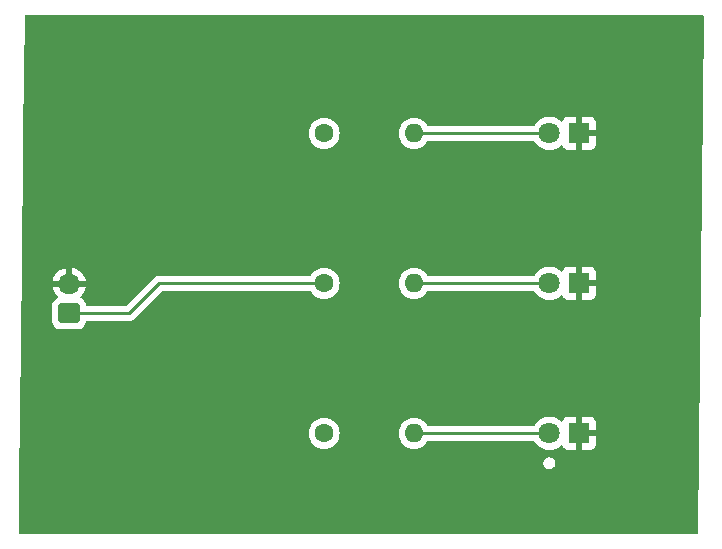
<source format=gbr>
%TF.GenerationSoftware,KiCad,Pcbnew,(6.0.7)*%
%TF.CreationDate,2022-08-16T13:58:00+09:00*%
%TF.ProjectId,test,74657374-2e6b-4696-9361-645f70636258,rev?*%
%TF.SameCoordinates,Original*%
%TF.FileFunction,Copper,L1,Top*%
%TF.FilePolarity,Positive*%
%FSLAX46Y46*%
G04 Gerber Fmt 4.6, Leading zero omitted, Abs format (unit mm)*
G04 Created by KiCad (PCBNEW (6.0.7)) date 2022-08-16 13:58:00*
%MOMM*%
%LPD*%
G01*
G04 APERTURE LIST*
G04 Aperture macros list*
%AMRoundRect*
0 Rectangle with rounded corners*
0 $1 Rounding radius*
0 $2 $3 $4 $5 $6 $7 $8 $9 X,Y pos of 4 corners*
0 Add a 4 corners polygon primitive as box body*
4,1,4,$2,$3,$4,$5,$6,$7,$8,$9,$2,$3,0*
0 Add four circle primitives for the rounded corners*
1,1,$1+$1,$2,$3*
1,1,$1+$1,$4,$5*
1,1,$1+$1,$6,$7*
1,1,$1+$1,$8,$9*
0 Add four rect primitives between the rounded corners*
20,1,$1+$1,$2,$3,$4,$5,0*
20,1,$1+$1,$4,$5,$6,$7,0*
20,1,$1+$1,$6,$7,$8,$9,0*
20,1,$1+$1,$8,$9,$2,$3,0*%
G04 Aperture macros list end*
%TA.AperFunction,ComponentPad*%
%ADD10C,1.600000*%
%TD*%
%TA.AperFunction,ComponentPad*%
%ADD11O,1.600000X1.600000*%
%TD*%
%TA.AperFunction,ComponentPad*%
%ADD12RoundRect,0.250000X0.675000X-0.600000X0.675000X0.600000X-0.675000X0.600000X-0.675000X-0.600000X0*%
%TD*%
%TA.AperFunction,ComponentPad*%
%ADD13O,1.850000X1.700000*%
%TD*%
%TA.AperFunction,ComponentPad*%
%ADD14R,1.800000X1.800000*%
%TD*%
%TA.AperFunction,ComponentPad*%
%ADD15C,1.800000*%
%TD*%
%TA.AperFunction,Conductor*%
%ADD16C,0.250000*%
%TD*%
G04 APERTURE END LIST*
D10*
%TO.P,R1,1*%
%TO.N,+5V*%
X133350000Y-78740000D03*
D11*
%TO.P,R1,2*%
%TO.N,Net-(D1-Pad2)*%
X140970000Y-78740000D03*
%TD*%
D12*
%TO.P,J1,1,Pin_1*%
%TO.N,+5V*%
X111760000Y-81280000D03*
D13*
%TO.P,J1,2,Pin_2*%
%TO.N,GND*%
X111760000Y-78780000D03*
%TD*%
D10*
%TO.P,R3,1*%
%TO.N,+5V*%
X133350000Y-91440000D03*
D11*
%TO.P,R3,2*%
%TO.N,Net-(D3-Pad2)*%
X140970000Y-91440000D03*
%TD*%
%TO.P,R2,2*%
%TO.N,Net-(D2-Pad2)*%
X140970000Y-66040000D03*
D10*
%TO.P,R2,1*%
%TO.N,+5V*%
X133350000Y-66040000D03*
%TD*%
D14*
%TO.P,D3,1,K*%
%TO.N,GND*%
X154940000Y-91440000D03*
D15*
%TO.P,D3,2,A*%
%TO.N,Net-(D3-Pad2)*%
X152400000Y-91440000D03*
%TD*%
D14*
%TO.P,D2,1,K*%
%TO.N,GND*%
X154940000Y-66040000D03*
D15*
%TO.P,D2,2,A*%
%TO.N,Net-(D2-Pad2)*%
X152400000Y-66040000D03*
%TD*%
D14*
%TO.P,D1,1,K*%
%TO.N,GND*%
X154940000Y-78740000D03*
D15*
%TO.P,D1,2,A*%
%TO.N,Net-(D1-Pad2)*%
X152400000Y-78740000D03*
%TD*%
D16*
%TO.N,+5V*%
X119380000Y-78740000D02*
X133350000Y-78740000D01*
X116840000Y-81280000D02*
X119380000Y-78740000D01*
X111760000Y-81280000D02*
X116840000Y-81280000D01*
X133218198Y-78608198D02*
X133350000Y-78740000D01*
%TO.N,Net-(D1-Pad2)*%
X140970000Y-78740000D02*
X152400000Y-78740000D01*
%TO.N,Net-(D3-Pad2)*%
X140970000Y-91440000D02*
X152400000Y-91440000D01*
%TO.N,Net-(D2-Pad2)*%
X140970000Y-66040000D02*
X152400000Y-66040000D01*
%TD*%
%TA.AperFunction,Conductor*%
%TO.N,GND*%
G36*
X165440631Y-56020002D02*
G01*
X165487124Y-56073658D01*
X165498501Y-56127481D01*
X164984094Y-99876084D01*
X164963293Y-99943965D01*
X164909094Y-99989824D01*
X164858103Y-100000603D01*
X137609574Y-100000316D01*
X107610119Y-100000001D01*
X107541998Y-99979998D01*
X107495506Y-99926342D01*
X107484129Y-99872520D01*
X107552596Y-94049721D01*
X151891024Y-94049721D01*
X151931051Y-94189771D01*
X152008776Y-94312958D01*
X152117951Y-94409378D01*
X152126074Y-94413192D01*
X152126076Y-94413193D01*
X152133137Y-94416508D01*
X152249800Y-94471281D01*
X152258665Y-94472661D01*
X152258667Y-94472662D01*
X152327746Y-94483418D01*
X152360386Y-94488500D01*
X152436513Y-94488500D01*
X152478839Y-94482438D01*
X152535294Y-94474354D01*
X152535297Y-94474353D01*
X152544187Y-94473080D01*
X152552363Y-94469363D01*
X152552365Y-94469362D01*
X152668610Y-94416508D01*
X152668612Y-94416507D01*
X152676782Y-94412792D01*
X152787127Y-94317713D01*
X152866352Y-94195485D01*
X152908086Y-94055934D01*
X152908976Y-93910279D01*
X152868949Y-93770229D01*
X152791224Y-93647042D01*
X152682049Y-93550622D01*
X152673926Y-93546808D01*
X152673924Y-93546807D01*
X152610013Y-93516801D01*
X152550200Y-93488719D01*
X152541335Y-93487339D01*
X152541333Y-93487338D01*
X152472254Y-93476582D01*
X152439614Y-93471500D01*
X152363487Y-93471500D01*
X152321161Y-93477562D01*
X152264706Y-93485646D01*
X152264703Y-93485647D01*
X152255813Y-93486920D01*
X152247637Y-93490637D01*
X152247635Y-93490638D01*
X152131390Y-93543492D01*
X152131388Y-93543493D01*
X152123218Y-93547208D01*
X152012873Y-93642287D01*
X151933648Y-93764515D01*
X151891914Y-93904066D01*
X151891024Y-94049721D01*
X107552596Y-94049721D01*
X107583282Y-91440000D01*
X132036502Y-91440000D01*
X132056457Y-91668087D01*
X132057881Y-91673400D01*
X132057881Y-91673402D01*
X132067031Y-91707548D01*
X132115716Y-91889243D01*
X132118039Y-91894224D01*
X132118039Y-91894225D01*
X132210151Y-92091762D01*
X132210154Y-92091767D01*
X132212477Y-92096749D01*
X132238326Y-92133665D01*
X132334012Y-92270318D01*
X132343802Y-92284300D01*
X132505700Y-92446198D01*
X132510208Y-92449355D01*
X132510211Y-92449357D01*
X132510821Y-92449784D01*
X132693251Y-92577523D01*
X132698233Y-92579846D01*
X132698238Y-92579849D01*
X132857238Y-92653991D01*
X132900757Y-92674284D01*
X132906065Y-92675706D01*
X132906067Y-92675707D01*
X133116598Y-92732119D01*
X133116600Y-92732119D01*
X133121913Y-92733543D01*
X133350000Y-92753498D01*
X133578087Y-92733543D01*
X133583400Y-92732119D01*
X133583402Y-92732119D01*
X133793933Y-92675707D01*
X133793935Y-92675706D01*
X133799243Y-92674284D01*
X133842762Y-92653991D01*
X134001762Y-92579849D01*
X134001767Y-92579846D01*
X134006749Y-92577523D01*
X134189179Y-92449784D01*
X134189789Y-92449357D01*
X134189792Y-92449355D01*
X134194300Y-92446198D01*
X134356198Y-92284300D01*
X134365989Y-92270318D01*
X134461674Y-92133665D01*
X134487523Y-92096749D01*
X134489846Y-92091767D01*
X134489849Y-92091762D01*
X134581961Y-91894225D01*
X134581961Y-91894224D01*
X134584284Y-91889243D01*
X134632970Y-91707548D01*
X134642119Y-91673402D01*
X134642119Y-91673400D01*
X134643543Y-91668087D01*
X134663498Y-91440000D01*
X139656502Y-91440000D01*
X139676457Y-91668087D01*
X139677881Y-91673400D01*
X139677881Y-91673402D01*
X139687031Y-91707548D01*
X139735716Y-91889243D01*
X139738039Y-91894224D01*
X139738039Y-91894225D01*
X139830151Y-92091762D01*
X139830154Y-92091767D01*
X139832477Y-92096749D01*
X139858326Y-92133665D01*
X139954012Y-92270318D01*
X139963802Y-92284300D01*
X140125700Y-92446198D01*
X140130208Y-92449355D01*
X140130211Y-92449357D01*
X140130821Y-92449784D01*
X140313251Y-92577523D01*
X140318233Y-92579846D01*
X140318238Y-92579849D01*
X140477238Y-92653991D01*
X140520757Y-92674284D01*
X140526065Y-92675706D01*
X140526067Y-92675707D01*
X140736598Y-92732119D01*
X140736600Y-92732119D01*
X140741913Y-92733543D01*
X140970000Y-92753498D01*
X141198087Y-92733543D01*
X141203400Y-92732119D01*
X141203402Y-92732119D01*
X141413933Y-92675707D01*
X141413935Y-92675706D01*
X141419243Y-92674284D01*
X141462762Y-92653991D01*
X141621762Y-92579849D01*
X141621767Y-92579846D01*
X141626749Y-92577523D01*
X141809179Y-92449784D01*
X141809789Y-92449357D01*
X141809792Y-92449355D01*
X141814300Y-92446198D01*
X141976198Y-92284300D01*
X141982907Y-92274719D01*
X142086181Y-92127229D01*
X142141638Y-92082901D01*
X142189394Y-92073500D01*
X151065630Y-92073500D01*
X151133751Y-92093502D01*
X151173063Y-92133665D01*
X151259501Y-92274719D01*
X151411147Y-92449784D01*
X151589349Y-92597730D01*
X151789322Y-92714584D01*
X152005694Y-92797209D01*
X152010760Y-92798240D01*
X152010761Y-92798240D01*
X152063846Y-92809040D01*
X152232656Y-92843385D01*
X152363324Y-92848176D01*
X152458949Y-92851683D01*
X152458953Y-92851683D01*
X152464113Y-92851872D01*
X152469233Y-92851216D01*
X152469235Y-92851216D01*
X152568668Y-92838478D01*
X152693847Y-92822442D01*
X152698795Y-92820957D01*
X152698802Y-92820956D01*
X152910747Y-92757369D01*
X152915690Y-92755886D01*
X152920565Y-92753498D01*
X153119049Y-92656262D01*
X153119052Y-92656260D01*
X153123684Y-92653991D01*
X153312243Y-92519494D01*
X153315898Y-92515852D01*
X153315906Y-92515845D01*
X153357697Y-92474199D01*
X153420068Y-92440282D01*
X153490875Y-92445470D01*
X153547637Y-92488116D01*
X153564619Y-92519218D01*
X153586677Y-92578056D01*
X153595214Y-92593649D01*
X153671715Y-92695724D01*
X153684276Y-92708285D01*
X153786351Y-92784786D01*
X153801946Y-92793324D01*
X153922394Y-92838478D01*
X153937649Y-92842105D01*
X153988514Y-92847631D01*
X153995328Y-92848000D01*
X154667885Y-92848000D01*
X154683124Y-92843525D01*
X154684329Y-92842135D01*
X154686000Y-92834452D01*
X154686000Y-92829884D01*
X155194000Y-92829884D01*
X155198475Y-92845123D01*
X155199865Y-92846328D01*
X155207548Y-92847999D01*
X155884669Y-92847999D01*
X155891490Y-92847629D01*
X155942352Y-92842105D01*
X155957604Y-92838479D01*
X156078054Y-92793324D01*
X156093649Y-92784786D01*
X156195724Y-92708285D01*
X156208285Y-92695724D01*
X156284786Y-92593649D01*
X156293324Y-92578054D01*
X156338478Y-92457606D01*
X156342105Y-92442351D01*
X156347631Y-92391486D01*
X156348000Y-92384672D01*
X156348000Y-91712115D01*
X156343525Y-91696876D01*
X156342135Y-91695671D01*
X156334452Y-91694000D01*
X155212115Y-91694000D01*
X155196876Y-91698475D01*
X155195671Y-91699865D01*
X155194000Y-91707548D01*
X155194000Y-92829884D01*
X154686000Y-92829884D01*
X154686000Y-91167885D01*
X155194000Y-91167885D01*
X155198475Y-91183124D01*
X155199865Y-91184329D01*
X155207548Y-91186000D01*
X156329884Y-91186000D01*
X156345123Y-91181525D01*
X156346328Y-91180135D01*
X156347999Y-91172452D01*
X156347999Y-90495331D01*
X156347629Y-90488510D01*
X156342105Y-90437648D01*
X156338479Y-90422396D01*
X156293324Y-90301946D01*
X156284786Y-90286351D01*
X156208285Y-90184276D01*
X156195724Y-90171715D01*
X156093649Y-90095214D01*
X156078054Y-90086676D01*
X155957606Y-90041522D01*
X155942351Y-90037895D01*
X155891486Y-90032369D01*
X155884672Y-90032000D01*
X155212115Y-90032000D01*
X155196876Y-90036475D01*
X155195671Y-90037865D01*
X155194000Y-90045548D01*
X155194000Y-91167885D01*
X154686000Y-91167885D01*
X154686000Y-90050116D01*
X154681525Y-90034877D01*
X154680135Y-90033672D01*
X154672452Y-90032001D01*
X153995331Y-90032001D01*
X153988510Y-90032371D01*
X153937648Y-90037895D01*
X153922396Y-90041521D01*
X153801946Y-90086676D01*
X153786351Y-90095214D01*
X153684276Y-90171715D01*
X153671715Y-90184276D01*
X153595214Y-90286351D01*
X153586675Y-90301948D01*
X153565934Y-90357275D01*
X153523293Y-90414040D01*
X153456731Y-90438740D01*
X153387383Y-90423533D01*
X153364388Y-90406909D01*
X153363887Y-90406358D01*
X153236348Y-90305634D01*
X153186177Y-90266011D01*
X153186172Y-90266008D01*
X153182123Y-90262810D01*
X153177607Y-90260317D01*
X153177604Y-90260315D01*
X152983879Y-90153373D01*
X152983875Y-90153371D01*
X152979355Y-90150876D01*
X152974486Y-90149152D01*
X152974482Y-90149150D01*
X152765903Y-90075288D01*
X152765899Y-90075287D01*
X152761028Y-90073562D01*
X152755935Y-90072655D01*
X152755932Y-90072654D01*
X152538095Y-90033851D01*
X152538089Y-90033850D01*
X152533006Y-90032945D01*
X152455644Y-90032000D01*
X152306581Y-90030179D01*
X152306579Y-90030179D01*
X152301411Y-90030116D01*
X152072464Y-90065150D01*
X151852314Y-90137106D01*
X151847726Y-90139494D01*
X151847722Y-90139496D01*
X151651461Y-90241663D01*
X151646872Y-90244052D01*
X151642739Y-90247155D01*
X151642736Y-90247157D01*
X151496073Y-90357275D01*
X151461655Y-90383117D01*
X151301639Y-90550564D01*
X151298725Y-90554836D01*
X151298724Y-90554837D01*
X151273508Y-90591803D01*
X151171119Y-90741899D01*
X151170403Y-90743442D01*
X151120086Y-90792090D01*
X151061574Y-90806500D01*
X142189394Y-90806500D01*
X142121273Y-90786498D01*
X142086181Y-90752771D01*
X141979357Y-90600211D01*
X141979355Y-90600208D01*
X141976198Y-90595700D01*
X141814300Y-90433802D01*
X141809792Y-90430645D01*
X141809789Y-90430643D01*
X141705008Y-90357275D01*
X141626749Y-90302477D01*
X141621767Y-90300154D01*
X141621762Y-90300151D01*
X141424225Y-90208039D01*
X141424224Y-90208039D01*
X141419243Y-90205716D01*
X141413935Y-90204294D01*
X141413933Y-90204293D01*
X141203402Y-90147881D01*
X141203400Y-90147881D01*
X141198087Y-90146457D01*
X140970000Y-90126502D01*
X140741913Y-90146457D01*
X140736600Y-90147881D01*
X140736598Y-90147881D01*
X140526067Y-90204293D01*
X140526065Y-90204294D01*
X140520757Y-90205716D01*
X140515776Y-90208039D01*
X140515775Y-90208039D01*
X140318238Y-90300151D01*
X140318233Y-90300154D01*
X140313251Y-90302477D01*
X140234992Y-90357275D01*
X140130211Y-90430643D01*
X140130208Y-90430645D01*
X140125700Y-90433802D01*
X139963802Y-90595700D01*
X139832477Y-90783251D01*
X139830154Y-90788233D01*
X139830151Y-90788238D01*
X139738618Y-90984533D01*
X139735716Y-90990757D01*
X139734294Y-90996065D01*
X139734293Y-90996067D01*
X139684972Y-91180135D01*
X139676457Y-91211913D01*
X139656502Y-91440000D01*
X134663498Y-91440000D01*
X134643543Y-91211913D01*
X134635028Y-91180135D01*
X134585707Y-90996067D01*
X134585706Y-90996065D01*
X134584284Y-90990757D01*
X134581382Y-90984533D01*
X134489849Y-90788238D01*
X134489846Y-90788233D01*
X134487523Y-90783251D01*
X134356198Y-90595700D01*
X134194300Y-90433802D01*
X134189792Y-90430645D01*
X134189789Y-90430643D01*
X134085008Y-90357275D01*
X134006749Y-90302477D01*
X134001767Y-90300154D01*
X134001762Y-90300151D01*
X133804225Y-90208039D01*
X133804224Y-90208039D01*
X133799243Y-90205716D01*
X133793935Y-90204294D01*
X133793933Y-90204293D01*
X133583402Y-90147881D01*
X133583400Y-90147881D01*
X133578087Y-90146457D01*
X133350000Y-90126502D01*
X133121913Y-90146457D01*
X133116600Y-90147881D01*
X133116598Y-90147881D01*
X132906067Y-90204293D01*
X132906065Y-90204294D01*
X132900757Y-90205716D01*
X132895776Y-90208039D01*
X132895775Y-90208039D01*
X132698238Y-90300151D01*
X132698233Y-90300154D01*
X132693251Y-90302477D01*
X132614992Y-90357275D01*
X132510211Y-90430643D01*
X132510208Y-90430645D01*
X132505700Y-90433802D01*
X132343802Y-90595700D01*
X132212477Y-90783251D01*
X132210154Y-90788233D01*
X132210151Y-90788238D01*
X132118618Y-90984533D01*
X132115716Y-90990757D01*
X132114294Y-90996065D01*
X132114293Y-90996067D01*
X132064972Y-91180135D01*
X132056457Y-91211913D01*
X132036502Y-91440000D01*
X107583282Y-91440000D01*
X107695100Y-81930400D01*
X110326500Y-81930400D01*
X110326837Y-81933646D01*
X110326837Y-81933650D01*
X110336487Y-82026651D01*
X110337474Y-82036166D01*
X110393450Y-82203946D01*
X110486522Y-82354348D01*
X110611697Y-82479305D01*
X110617927Y-82483145D01*
X110617928Y-82483146D01*
X110755090Y-82567694D01*
X110762262Y-82572115D01*
X110842005Y-82598564D01*
X110923611Y-82625632D01*
X110923613Y-82625632D01*
X110930139Y-82627797D01*
X110936975Y-82628497D01*
X110936978Y-82628498D01*
X110980031Y-82632909D01*
X111034600Y-82638500D01*
X112485400Y-82638500D01*
X112488646Y-82638163D01*
X112488650Y-82638163D01*
X112584308Y-82628238D01*
X112584312Y-82628237D01*
X112591166Y-82627526D01*
X112597702Y-82625345D01*
X112597704Y-82625345D01*
X112729806Y-82581272D01*
X112758946Y-82571550D01*
X112909348Y-82478478D01*
X113034305Y-82353303D01*
X113127115Y-82202738D01*
X113182797Y-82034861D01*
X113183498Y-82028020D01*
X113183499Y-82028015D01*
X113183639Y-82026651D01*
X113183960Y-82025864D01*
X113184941Y-82021290D01*
X113185757Y-82021465D01*
X113210483Y-81960925D01*
X113268600Y-81920146D01*
X113308982Y-81913500D01*
X116761233Y-81913500D01*
X116772416Y-81914027D01*
X116779909Y-81915702D01*
X116787835Y-81915453D01*
X116787836Y-81915453D01*
X116847986Y-81913562D01*
X116851945Y-81913500D01*
X116879856Y-81913500D01*
X116883791Y-81913003D01*
X116883856Y-81912995D01*
X116895693Y-81912062D01*
X116927951Y-81911048D01*
X116931970Y-81910922D01*
X116939889Y-81910673D01*
X116959343Y-81905021D01*
X116978700Y-81901013D01*
X116990930Y-81899468D01*
X116990931Y-81899468D01*
X116998797Y-81898474D01*
X117006168Y-81895555D01*
X117006170Y-81895555D01*
X117039912Y-81882196D01*
X117051142Y-81878351D01*
X117085983Y-81868229D01*
X117085984Y-81868229D01*
X117093593Y-81866018D01*
X117100412Y-81861985D01*
X117100417Y-81861983D01*
X117111028Y-81855707D01*
X117128776Y-81847012D01*
X117147617Y-81839552D01*
X117183387Y-81813564D01*
X117193307Y-81807048D01*
X117224535Y-81788580D01*
X117224538Y-81788578D01*
X117231362Y-81784542D01*
X117245683Y-81770221D01*
X117260717Y-81757380D01*
X117270694Y-81750131D01*
X117277107Y-81745472D01*
X117305298Y-81711395D01*
X117313288Y-81702616D01*
X119605499Y-79410405D01*
X119667811Y-79376379D01*
X119694594Y-79373500D01*
X132130606Y-79373500D01*
X132198727Y-79393502D01*
X132233819Y-79427229D01*
X132337093Y-79574719D01*
X132343802Y-79584300D01*
X132505700Y-79746198D01*
X132510208Y-79749355D01*
X132510211Y-79749357D01*
X132510821Y-79749784D01*
X132693251Y-79877523D01*
X132698233Y-79879846D01*
X132698238Y-79879849D01*
X132857238Y-79953991D01*
X132900757Y-79974284D01*
X132906065Y-79975706D01*
X132906067Y-79975707D01*
X133116598Y-80032119D01*
X133116600Y-80032119D01*
X133121913Y-80033543D01*
X133350000Y-80053498D01*
X133578087Y-80033543D01*
X133583400Y-80032119D01*
X133583402Y-80032119D01*
X133793933Y-79975707D01*
X133793935Y-79975706D01*
X133799243Y-79974284D01*
X133842762Y-79953991D01*
X134001762Y-79879849D01*
X134001767Y-79879846D01*
X134006749Y-79877523D01*
X134189179Y-79749784D01*
X134189789Y-79749357D01*
X134189792Y-79749355D01*
X134194300Y-79746198D01*
X134356198Y-79584300D01*
X134365989Y-79570318D01*
X134461674Y-79433665D01*
X134487523Y-79396749D01*
X134489846Y-79391767D01*
X134489849Y-79391762D01*
X134581961Y-79194225D01*
X134581961Y-79194224D01*
X134584284Y-79189243D01*
X134616939Y-79067376D01*
X134642119Y-78973402D01*
X134642119Y-78973400D01*
X134643543Y-78968087D01*
X134663498Y-78740000D01*
X139656502Y-78740000D01*
X139676457Y-78968087D01*
X139677881Y-78973400D01*
X139677881Y-78973402D01*
X139703062Y-79067376D01*
X139735716Y-79189243D01*
X139738039Y-79194224D01*
X139738039Y-79194225D01*
X139830151Y-79391762D01*
X139830154Y-79391767D01*
X139832477Y-79396749D01*
X139858326Y-79433665D01*
X139954012Y-79570318D01*
X139963802Y-79584300D01*
X140125700Y-79746198D01*
X140130208Y-79749355D01*
X140130211Y-79749357D01*
X140130821Y-79749784D01*
X140313251Y-79877523D01*
X140318233Y-79879846D01*
X140318238Y-79879849D01*
X140477238Y-79953991D01*
X140520757Y-79974284D01*
X140526065Y-79975706D01*
X140526067Y-79975707D01*
X140736598Y-80032119D01*
X140736600Y-80032119D01*
X140741913Y-80033543D01*
X140970000Y-80053498D01*
X141198087Y-80033543D01*
X141203400Y-80032119D01*
X141203402Y-80032119D01*
X141413933Y-79975707D01*
X141413935Y-79975706D01*
X141419243Y-79974284D01*
X141462762Y-79953991D01*
X141621762Y-79879849D01*
X141621767Y-79879846D01*
X141626749Y-79877523D01*
X141809179Y-79749784D01*
X141809789Y-79749357D01*
X141809792Y-79749355D01*
X141814300Y-79746198D01*
X141976198Y-79584300D01*
X141982907Y-79574719D01*
X142086181Y-79427229D01*
X142141638Y-79382901D01*
X142189394Y-79373500D01*
X151065630Y-79373500D01*
X151133751Y-79393502D01*
X151173063Y-79433665D01*
X151259501Y-79574719D01*
X151411147Y-79749784D01*
X151589349Y-79897730D01*
X151789322Y-80014584D01*
X152005694Y-80097209D01*
X152010760Y-80098240D01*
X152010761Y-80098240D01*
X152063846Y-80109040D01*
X152232656Y-80143385D01*
X152363324Y-80148176D01*
X152458949Y-80151683D01*
X152458953Y-80151683D01*
X152464113Y-80151872D01*
X152469233Y-80151216D01*
X152469235Y-80151216D01*
X152568668Y-80138478D01*
X152693847Y-80122442D01*
X152698795Y-80120957D01*
X152698802Y-80120956D01*
X152910747Y-80057369D01*
X152915690Y-80055886D01*
X152920565Y-80053498D01*
X153119049Y-79956262D01*
X153119052Y-79956260D01*
X153123684Y-79953991D01*
X153312243Y-79819494D01*
X153315898Y-79815852D01*
X153315906Y-79815845D01*
X153357697Y-79774199D01*
X153420068Y-79740282D01*
X153490875Y-79745470D01*
X153547637Y-79788116D01*
X153564619Y-79819218D01*
X153586677Y-79878056D01*
X153595214Y-79893649D01*
X153671715Y-79995724D01*
X153684276Y-80008285D01*
X153786351Y-80084786D01*
X153801946Y-80093324D01*
X153922394Y-80138478D01*
X153937649Y-80142105D01*
X153988514Y-80147631D01*
X153995328Y-80148000D01*
X154667885Y-80148000D01*
X154683124Y-80143525D01*
X154684329Y-80142135D01*
X154686000Y-80134452D01*
X154686000Y-80129884D01*
X155194000Y-80129884D01*
X155198475Y-80145123D01*
X155199865Y-80146328D01*
X155207548Y-80147999D01*
X155884669Y-80147999D01*
X155891490Y-80147629D01*
X155942352Y-80142105D01*
X155957604Y-80138479D01*
X156078054Y-80093324D01*
X156093649Y-80084786D01*
X156195724Y-80008285D01*
X156208285Y-79995724D01*
X156284786Y-79893649D01*
X156293324Y-79878054D01*
X156338478Y-79757606D01*
X156342105Y-79742351D01*
X156347631Y-79691486D01*
X156348000Y-79684672D01*
X156348000Y-79012115D01*
X156343525Y-78996876D01*
X156342135Y-78995671D01*
X156334452Y-78994000D01*
X155212115Y-78994000D01*
X155196876Y-78998475D01*
X155195671Y-78999865D01*
X155194000Y-79007548D01*
X155194000Y-80129884D01*
X154686000Y-80129884D01*
X154686000Y-78467885D01*
X155194000Y-78467885D01*
X155198475Y-78483124D01*
X155199865Y-78484329D01*
X155207548Y-78486000D01*
X156329884Y-78486000D01*
X156345123Y-78481525D01*
X156346328Y-78480135D01*
X156347999Y-78472452D01*
X156347999Y-77795331D01*
X156347629Y-77788510D01*
X156342105Y-77737648D01*
X156338479Y-77722396D01*
X156293324Y-77601946D01*
X156284786Y-77586351D01*
X156208285Y-77484276D01*
X156195724Y-77471715D01*
X156093649Y-77395214D01*
X156078054Y-77386676D01*
X155957606Y-77341522D01*
X155942351Y-77337895D01*
X155891486Y-77332369D01*
X155884672Y-77332000D01*
X155212115Y-77332000D01*
X155196876Y-77336475D01*
X155195671Y-77337865D01*
X155194000Y-77345548D01*
X155194000Y-78467885D01*
X154686000Y-78467885D01*
X154686000Y-77350116D01*
X154681525Y-77334877D01*
X154680135Y-77333672D01*
X154672452Y-77332001D01*
X153995331Y-77332001D01*
X153988510Y-77332371D01*
X153937648Y-77337895D01*
X153922396Y-77341521D01*
X153801946Y-77386676D01*
X153786351Y-77395214D01*
X153684276Y-77471715D01*
X153671715Y-77484276D01*
X153595214Y-77586351D01*
X153586675Y-77601948D01*
X153565934Y-77657275D01*
X153523293Y-77714040D01*
X153456731Y-77738740D01*
X153387383Y-77723533D01*
X153364388Y-77706909D01*
X153363887Y-77706358D01*
X153236348Y-77605634D01*
X153186177Y-77566011D01*
X153186172Y-77566008D01*
X153182123Y-77562810D01*
X153177607Y-77560317D01*
X153177604Y-77560315D01*
X152983879Y-77453373D01*
X152983875Y-77453371D01*
X152979355Y-77450876D01*
X152974486Y-77449152D01*
X152974482Y-77449150D01*
X152765903Y-77375288D01*
X152765899Y-77375287D01*
X152761028Y-77373562D01*
X152755935Y-77372655D01*
X152755932Y-77372654D01*
X152538095Y-77333851D01*
X152538089Y-77333850D01*
X152533006Y-77332945D01*
X152455644Y-77332000D01*
X152306581Y-77330179D01*
X152306579Y-77330179D01*
X152301411Y-77330116D01*
X152072464Y-77365150D01*
X151852314Y-77437106D01*
X151847726Y-77439494D01*
X151847722Y-77439496D01*
X151651461Y-77541663D01*
X151646872Y-77544052D01*
X151642739Y-77547155D01*
X151642736Y-77547157D01*
X151500235Y-77654150D01*
X151461655Y-77683117D01*
X151301639Y-77850564D01*
X151298725Y-77854836D01*
X151298724Y-77854837D01*
X151212295Y-77981538D01*
X151171119Y-78041899D01*
X151170403Y-78043442D01*
X151120086Y-78092090D01*
X151061574Y-78106500D01*
X142189394Y-78106500D01*
X142121273Y-78086498D01*
X142086181Y-78052771D01*
X141979357Y-77900211D01*
X141979355Y-77900208D01*
X141976198Y-77895700D01*
X141814300Y-77733802D01*
X141809792Y-77730645D01*
X141809789Y-77730643D01*
X141731611Y-77675902D01*
X141626749Y-77602477D01*
X141621767Y-77600154D01*
X141621762Y-77600151D01*
X141424225Y-77508039D01*
X141424224Y-77508039D01*
X141419243Y-77505716D01*
X141413935Y-77504294D01*
X141413933Y-77504293D01*
X141203402Y-77447881D01*
X141203400Y-77447881D01*
X141198087Y-77446457D01*
X140970000Y-77426502D01*
X140741913Y-77446457D01*
X140736600Y-77447881D01*
X140736598Y-77447881D01*
X140526067Y-77504293D01*
X140526065Y-77504294D01*
X140520757Y-77505716D01*
X140515776Y-77508039D01*
X140515775Y-77508039D01*
X140318238Y-77600151D01*
X140318233Y-77600154D01*
X140313251Y-77602477D01*
X140208389Y-77675902D01*
X140130211Y-77730643D01*
X140130208Y-77730645D01*
X140125700Y-77733802D01*
X139963802Y-77895700D01*
X139832477Y-78083251D01*
X139830154Y-78088233D01*
X139830151Y-78088238D01*
X139745456Y-78269870D01*
X139735716Y-78290757D01*
X139734294Y-78296065D01*
X139734293Y-78296067D01*
X139677881Y-78506598D01*
X139676457Y-78511913D01*
X139656502Y-78740000D01*
X134663498Y-78740000D01*
X134643543Y-78511913D01*
X134642119Y-78506598D01*
X134585707Y-78296067D01*
X134585706Y-78296065D01*
X134584284Y-78290757D01*
X134574544Y-78269870D01*
X134489849Y-78088238D01*
X134489846Y-78088233D01*
X134487523Y-78083251D01*
X134356198Y-77895700D01*
X134194300Y-77733802D01*
X134189792Y-77730645D01*
X134189789Y-77730643D01*
X134111611Y-77675902D01*
X134006749Y-77602477D01*
X134001767Y-77600154D01*
X134001762Y-77600151D01*
X133804225Y-77508039D01*
X133804224Y-77508039D01*
X133799243Y-77505716D01*
X133793935Y-77504294D01*
X133793933Y-77504293D01*
X133583402Y-77447881D01*
X133583400Y-77447881D01*
X133578087Y-77446457D01*
X133350000Y-77426502D01*
X133121913Y-77446457D01*
X133116600Y-77447881D01*
X133116598Y-77447881D01*
X132906067Y-77504293D01*
X132906065Y-77504294D01*
X132900757Y-77505716D01*
X132895776Y-77508039D01*
X132895775Y-77508039D01*
X132698238Y-77600151D01*
X132698233Y-77600154D01*
X132693251Y-77602477D01*
X132588389Y-77675902D01*
X132510211Y-77730643D01*
X132510208Y-77730645D01*
X132505700Y-77733802D01*
X132343802Y-77895700D01*
X132340645Y-77900208D01*
X132340643Y-77900211D01*
X132233819Y-78052771D01*
X132178362Y-78097099D01*
X132130606Y-78106500D01*
X119458763Y-78106500D01*
X119447579Y-78105973D01*
X119440091Y-78104299D01*
X119432168Y-78104548D01*
X119372033Y-78106438D01*
X119368075Y-78106500D01*
X119340144Y-78106500D01*
X119336229Y-78106995D01*
X119336225Y-78106995D01*
X119336167Y-78107003D01*
X119336138Y-78107006D01*
X119324296Y-78107939D01*
X119280110Y-78109327D01*
X119262744Y-78114372D01*
X119260658Y-78114978D01*
X119241306Y-78118986D01*
X119229068Y-78120532D01*
X119229066Y-78120533D01*
X119221203Y-78121526D01*
X119180086Y-78137806D01*
X119168885Y-78141641D01*
X119126406Y-78153982D01*
X119119587Y-78158015D01*
X119119582Y-78158017D01*
X119108971Y-78164293D01*
X119091221Y-78172990D01*
X119072383Y-78180448D01*
X119065967Y-78185109D01*
X119065966Y-78185110D01*
X119036625Y-78206428D01*
X119026701Y-78212947D01*
X118995460Y-78231422D01*
X118995455Y-78231426D01*
X118988637Y-78235458D01*
X118974313Y-78249782D01*
X118959281Y-78262621D01*
X118942893Y-78274528D01*
X118914712Y-78308593D01*
X118906722Y-78317373D01*
X116614500Y-80609595D01*
X116552188Y-80643621D01*
X116525405Y-80646500D01*
X113308856Y-80646500D01*
X113240735Y-80626498D01*
X113194242Y-80572842D01*
X113183529Y-80533504D01*
X113182526Y-80523834D01*
X113126550Y-80356054D01*
X113033478Y-80205652D01*
X112908303Y-80080695D01*
X112762220Y-79990647D01*
X112714727Y-79937876D01*
X112703303Y-79867804D01*
X112731577Y-79802680D01*
X112741364Y-79792218D01*
X112851906Y-79686766D01*
X112858941Y-79678814D01*
X112990141Y-79502475D01*
X112995745Y-79493438D01*
X113095357Y-79297516D01*
X113099357Y-79287665D01*
X113164534Y-79077760D01*
X113166817Y-79067376D01*
X113168861Y-79051957D01*
X113166665Y-79037793D01*
X113153478Y-79034000D01*
X110368808Y-79034000D01*
X110355277Y-79037973D01*
X110353752Y-79048580D01*
X110378477Y-79166421D01*
X110381537Y-79176617D01*
X110462263Y-79381029D01*
X110466994Y-79390561D01*
X110581016Y-79578462D01*
X110587280Y-79587052D01*
X110731327Y-79753052D01*
X110738956Y-79760470D01*
X110770569Y-79786391D01*
X110810564Y-79845051D01*
X110812496Y-79916021D01*
X110775752Y-79976770D01*
X110756983Y-79990969D01*
X110610652Y-80081522D01*
X110485695Y-80206697D01*
X110392885Y-80357262D01*
X110337203Y-80525139D01*
X110326500Y-80629600D01*
X110326500Y-81930400D01*
X107695100Y-81930400D01*
X107735341Y-78508043D01*
X110351139Y-78508043D01*
X110353335Y-78522207D01*
X110366522Y-78526000D01*
X111487885Y-78526000D01*
X111503124Y-78521525D01*
X111504329Y-78520135D01*
X111506000Y-78512452D01*
X111506000Y-78507885D01*
X112014000Y-78507885D01*
X112018475Y-78523124D01*
X112019865Y-78524329D01*
X112027548Y-78526000D01*
X113151192Y-78526000D01*
X113164723Y-78522027D01*
X113166248Y-78511420D01*
X113141523Y-78393579D01*
X113138463Y-78383383D01*
X113057737Y-78178971D01*
X113053006Y-78169439D01*
X112938984Y-77981538D01*
X112932720Y-77972948D01*
X112788673Y-77806948D01*
X112781042Y-77799528D01*
X112611089Y-77660174D01*
X112602322Y-77654150D01*
X112411318Y-77545424D01*
X112401654Y-77540959D01*
X112195059Y-77465969D01*
X112184792Y-77463198D01*
X112031826Y-77435537D01*
X112018587Y-77436955D01*
X112014000Y-77451594D01*
X112014000Y-78507885D01*
X111506000Y-78507885D01*
X111506000Y-77450393D01*
X111501690Y-77435715D01*
X111489807Y-77433652D01*
X111460676Y-77436124D01*
X111450202Y-77437915D01*
X111237465Y-77493130D01*
X111227425Y-77496665D01*
X111027030Y-77586937D01*
X111017744Y-77592106D01*
X110835425Y-77714850D01*
X110827130Y-77721519D01*
X110668100Y-77873228D01*
X110661059Y-77881186D01*
X110529859Y-78057525D01*
X110524255Y-78066562D01*
X110424643Y-78262484D01*
X110420643Y-78272335D01*
X110355466Y-78482240D01*
X110353183Y-78492624D01*
X110351139Y-78508043D01*
X107735341Y-78508043D01*
X107881946Y-66040000D01*
X132036502Y-66040000D01*
X132056457Y-66268087D01*
X132057881Y-66273400D01*
X132057881Y-66273402D01*
X132067031Y-66307548D01*
X132115716Y-66489243D01*
X132118039Y-66494224D01*
X132118039Y-66494225D01*
X132210151Y-66691762D01*
X132210154Y-66691767D01*
X132212477Y-66696749D01*
X132238326Y-66733665D01*
X132334012Y-66870318D01*
X132343802Y-66884300D01*
X132505700Y-67046198D01*
X132510208Y-67049355D01*
X132510211Y-67049357D01*
X132510821Y-67049784D01*
X132693251Y-67177523D01*
X132698233Y-67179846D01*
X132698238Y-67179849D01*
X132857238Y-67253991D01*
X132900757Y-67274284D01*
X132906065Y-67275706D01*
X132906067Y-67275707D01*
X133116598Y-67332119D01*
X133116600Y-67332119D01*
X133121913Y-67333543D01*
X133350000Y-67353498D01*
X133578087Y-67333543D01*
X133583400Y-67332119D01*
X133583402Y-67332119D01*
X133793933Y-67275707D01*
X133793935Y-67275706D01*
X133799243Y-67274284D01*
X133842762Y-67253991D01*
X134001762Y-67179849D01*
X134001767Y-67179846D01*
X134006749Y-67177523D01*
X134189179Y-67049784D01*
X134189789Y-67049357D01*
X134189792Y-67049355D01*
X134194300Y-67046198D01*
X134356198Y-66884300D01*
X134365989Y-66870318D01*
X134461674Y-66733665D01*
X134487523Y-66696749D01*
X134489846Y-66691767D01*
X134489849Y-66691762D01*
X134581961Y-66494225D01*
X134581961Y-66494224D01*
X134584284Y-66489243D01*
X134632970Y-66307548D01*
X134642119Y-66273402D01*
X134642119Y-66273400D01*
X134643543Y-66268087D01*
X134663498Y-66040000D01*
X139656502Y-66040000D01*
X139676457Y-66268087D01*
X139677881Y-66273400D01*
X139677881Y-66273402D01*
X139687031Y-66307548D01*
X139735716Y-66489243D01*
X139738039Y-66494224D01*
X139738039Y-66494225D01*
X139830151Y-66691762D01*
X139830154Y-66691767D01*
X139832477Y-66696749D01*
X139858326Y-66733665D01*
X139954012Y-66870318D01*
X139963802Y-66884300D01*
X140125700Y-67046198D01*
X140130208Y-67049355D01*
X140130211Y-67049357D01*
X140130821Y-67049784D01*
X140313251Y-67177523D01*
X140318233Y-67179846D01*
X140318238Y-67179849D01*
X140477238Y-67253991D01*
X140520757Y-67274284D01*
X140526065Y-67275706D01*
X140526067Y-67275707D01*
X140736598Y-67332119D01*
X140736600Y-67332119D01*
X140741913Y-67333543D01*
X140970000Y-67353498D01*
X141198087Y-67333543D01*
X141203400Y-67332119D01*
X141203402Y-67332119D01*
X141413933Y-67275707D01*
X141413935Y-67275706D01*
X141419243Y-67274284D01*
X141462762Y-67253991D01*
X141621762Y-67179849D01*
X141621767Y-67179846D01*
X141626749Y-67177523D01*
X141809179Y-67049784D01*
X141809789Y-67049357D01*
X141809792Y-67049355D01*
X141814300Y-67046198D01*
X141976198Y-66884300D01*
X141982907Y-66874719D01*
X142086181Y-66727229D01*
X142141638Y-66682901D01*
X142189394Y-66673500D01*
X151065630Y-66673500D01*
X151133751Y-66693502D01*
X151173063Y-66733665D01*
X151259501Y-66874719D01*
X151411147Y-67049784D01*
X151589349Y-67197730D01*
X151789322Y-67314584D01*
X152005694Y-67397209D01*
X152010760Y-67398240D01*
X152010761Y-67398240D01*
X152063846Y-67409040D01*
X152232656Y-67443385D01*
X152363324Y-67448176D01*
X152458949Y-67451683D01*
X152458953Y-67451683D01*
X152464113Y-67451872D01*
X152469233Y-67451216D01*
X152469235Y-67451216D01*
X152568668Y-67438478D01*
X152693847Y-67422442D01*
X152698795Y-67420957D01*
X152698802Y-67420956D01*
X152910747Y-67357369D01*
X152915690Y-67355886D01*
X152920565Y-67353498D01*
X153119049Y-67256262D01*
X153119052Y-67256260D01*
X153123684Y-67253991D01*
X153312243Y-67119494D01*
X153315898Y-67115852D01*
X153315906Y-67115845D01*
X153357697Y-67074199D01*
X153420068Y-67040282D01*
X153490875Y-67045470D01*
X153547637Y-67088116D01*
X153564619Y-67119218D01*
X153586677Y-67178056D01*
X153595214Y-67193649D01*
X153671715Y-67295724D01*
X153684276Y-67308285D01*
X153786351Y-67384786D01*
X153801946Y-67393324D01*
X153922394Y-67438478D01*
X153937649Y-67442105D01*
X153988514Y-67447631D01*
X153995328Y-67448000D01*
X154667885Y-67448000D01*
X154683124Y-67443525D01*
X154684329Y-67442135D01*
X154686000Y-67434452D01*
X154686000Y-67429884D01*
X155194000Y-67429884D01*
X155198475Y-67445123D01*
X155199865Y-67446328D01*
X155207548Y-67447999D01*
X155884669Y-67447999D01*
X155891490Y-67447629D01*
X155942352Y-67442105D01*
X155957604Y-67438479D01*
X156078054Y-67393324D01*
X156093649Y-67384786D01*
X156195724Y-67308285D01*
X156208285Y-67295724D01*
X156284786Y-67193649D01*
X156293324Y-67178054D01*
X156338478Y-67057606D01*
X156342105Y-67042351D01*
X156347631Y-66991486D01*
X156348000Y-66984672D01*
X156348000Y-66312115D01*
X156343525Y-66296876D01*
X156342135Y-66295671D01*
X156334452Y-66294000D01*
X155212115Y-66294000D01*
X155196876Y-66298475D01*
X155195671Y-66299865D01*
X155194000Y-66307548D01*
X155194000Y-67429884D01*
X154686000Y-67429884D01*
X154686000Y-65767885D01*
X155194000Y-65767885D01*
X155198475Y-65783124D01*
X155199865Y-65784329D01*
X155207548Y-65786000D01*
X156329884Y-65786000D01*
X156345123Y-65781525D01*
X156346328Y-65780135D01*
X156347999Y-65772452D01*
X156347999Y-65095331D01*
X156347629Y-65088510D01*
X156342105Y-65037648D01*
X156338479Y-65022396D01*
X156293324Y-64901946D01*
X156284786Y-64886351D01*
X156208285Y-64784276D01*
X156195724Y-64771715D01*
X156093649Y-64695214D01*
X156078054Y-64686676D01*
X155957606Y-64641522D01*
X155942351Y-64637895D01*
X155891486Y-64632369D01*
X155884672Y-64632000D01*
X155212115Y-64632000D01*
X155196876Y-64636475D01*
X155195671Y-64637865D01*
X155194000Y-64645548D01*
X155194000Y-65767885D01*
X154686000Y-65767885D01*
X154686000Y-64650116D01*
X154681525Y-64634877D01*
X154680135Y-64633672D01*
X154672452Y-64632001D01*
X153995331Y-64632001D01*
X153988510Y-64632371D01*
X153937648Y-64637895D01*
X153922396Y-64641521D01*
X153801946Y-64686676D01*
X153786351Y-64695214D01*
X153684276Y-64771715D01*
X153671715Y-64784276D01*
X153595214Y-64886351D01*
X153586675Y-64901948D01*
X153565934Y-64957275D01*
X153523293Y-65014040D01*
X153456731Y-65038740D01*
X153387383Y-65023533D01*
X153364388Y-65006909D01*
X153363887Y-65006358D01*
X153236348Y-64905634D01*
X153186177Y-64866011D01*
X153186172Y-64866008D01*
X153182123Y-64862810D01*
X153177607Y-64860317D01*
X153177604Y-64860315D01*
X152983879Y-64753373D01*
X152983875Y-64753371D01*
X152979355Y-64750876D01*
X152974486Y-64749152D01*
X152974482Y-64749150D01*
X152765903Y-64675288D01*
X152765899Y-64675287D01*
X152761028Y-64673562D01*
X152755935Y-64672655D01*
X152755932Y-64672654D01*
X152538095Y-64633851D01*
X152538089Y-64633850D01*
X152533006Y-64632945D01*
X152455644Y-64632000D01*
X152306581Y-64630179D01*
X152306579Y-64630179D01*
X152301411Y-64630116D01*
X152072464Y-64665150D01*
X151852314Y-64737106D01*
X151847726Y-64739494D01*
X151847722Y-64739496D01*
X151651461Y-64841663D01*
X151646872Y-64844052D01*
X151642739Y-64847155D01*
X151642736Y-64847157D01*
X151496073Y-64957275D01*
X151461655Y-64983117D01*
X151301639Y-65150564D01*
X151298725Y-65154836D01*
X151298724Y-65154837D01*
X151273508Y-65191803D01*
X151171119Y-65341899D01*
X151170403Y-65343442D01*
X151120086Y-65392090D01*
X151061574Y-65406500D01*
X142189394Y-65406500D01*
X142121273Y-65386498D01*
X142086181Y-65352771D01*
X141979357Y-65200211D01*
X141979355Y-65200208D01*
X141976198Y-65195700D01*
X141814300Y-65033802D01*
X141809792Y-65030645D01*
X141809789Y-65030643D01*
X141705008Y-64957275D01*
X141626749Y-64902477D01*
X141621767Y-64900154D01*
X141621762Y-64900151D01*
X141424225Y-64808039D01*
X141424224Y-64808039D01*
X141419243Y-64805716D01*
X141413935Y-64804294D01*
X141413933Y-64804293D01*
X141203402Y-64747881D01*
X141203400Y-64747881D01*
X141198087Y-64746457D01*
X140970000Y-64726502D01*
X140741913Y-64746457D01*
X140736600Y-64747881D01*
X140736598Y-64747881D01*
X140526067Y-64804293D01*
X140526065Y-64804294D01*
X140520757Y-64805716D01*
X140515776Y-64808039D01*
X140515775Y-64808039D01*
X140318238Y-64900151D01*
X140318233Y-64900154D01*
X140313251Y-64902477D01*
X140234992Y-64957275D01*
X140130211Y-65030643D01*
X140130208Y-65030645D01*
X140125700Y-65033802D01*
X139963802Y-65195700D01*
X139832477Y-65383251D01*
X139830154Y-65388233D01*
X139830151Y-65388238D01*
X139738618Y-65584533D01*
X139735716Y-65590757D01*
X139734294Y-65596065D01*
X139734293Y-65596067D01*
X139684972Y-65780135D01*
X139676457Y-65811913D01*
X139656502Y-66040000D01*
X134663498Y-66040000D01*
X134643543Y-65811913D01*
X134635028Y-65780135D01*
X134585707Y-65596067D01*
X134585706Y-65596065D01*
X134584284Y-65590757D01*
X134581382Y-65584533D01*
X134489849Y-65388238D01*
X134489846Y-65388233D01*
X134487523Y-65383251D01*
X134356198Y-65195700D01*
X134194300Y-65033802D01*
X134189792Y-65030645D01*
X134189789Y-65030643D01*
X134085008Y-64957275D01*
X134006749Y-64902477D01*
X134001767Y-64900154D01*
X134001762Y-64900151D01*
X133804225Y-64808039D01*
X133804224Y-64808039D01*
X133799243Y-64805716D01*
X133793935Y-64804294D01*
X133793933Y-64804293D01*
X133583402Y-64747881D01*
X133583400Y-64747881D01*
X133578087Y-64746457D01*
X133350000Y-64726502D01*
X133121913Y-64746457D01*
X133116600Y-64747881D01*
X133116598Y-64747881D01*
X132906067Y-64804293D01*
X132906065Y-64804294D01*
X132900757Y-64805716D01*
X132895776Y-64808039D01*
X132895775Y-64808039D01*
X132698238Y-64900151D01*
X132698233Y-64900154D01*
X132693251Y-64902477D01*
X132614992Y-64957275D01*
X132510211Y-65030643D01*
X132510208Y-65030645D01*
X132505700Y-65033802D01*
X132343802Y-65195700D01*
X132212477Y-65383251D01*
X132210154Y-65388233D01*
X132210151Y-65388238D01*
X132118618Y-65584533D01*
X132115716Y-65590757D01*
X132114294Y-65596065D01*
X132114293Y-65596067D01*
X132064972Y-65780135D01*
X132056457Y-65811913D01*
X132036502Y-66040000D01*
X107881946Y-66040000D01*
X107998536Y-56124519D01*
X108019337Y-56056638D01*
X108073536Y-56010779D01*
X108124527Y-56000000D01*
X165372510Y-56000000D01*
X165440631Y-56020002D01*
G37*
%TD.AperFunction*%
%TD*%
M02*

</source>
